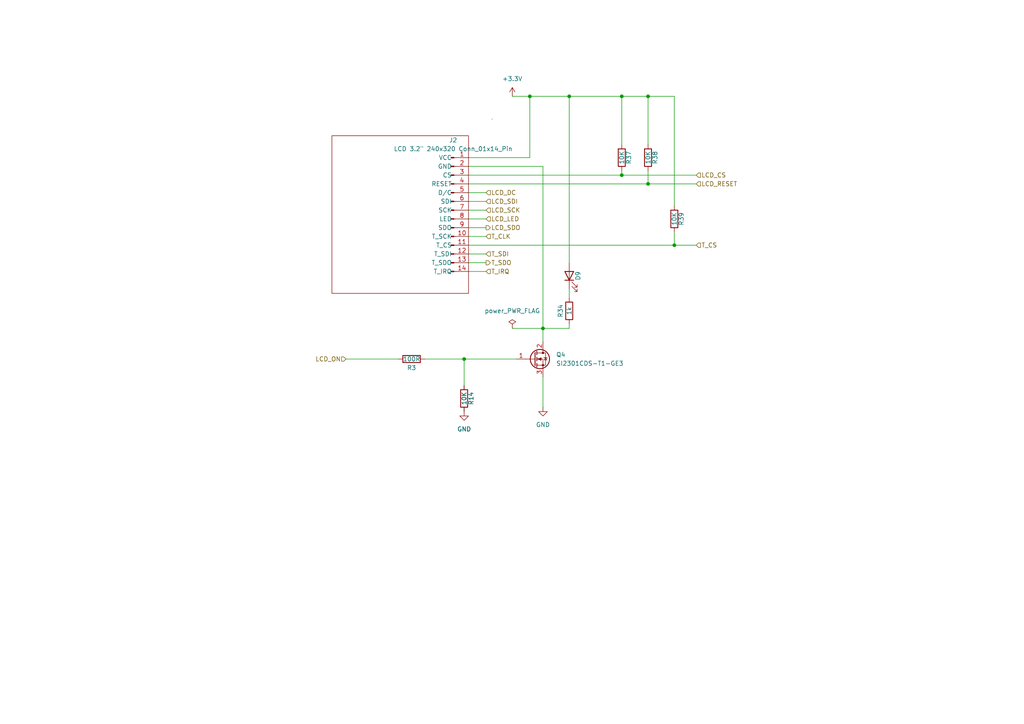
<source format=kicad_sch>
(kicad_sch (version 20231120) (generator "eeschema") (generator_version "8.0")
  (paper "A4")
  (lib_symbols
    (symbol "Device:LED" (pin_numbers hide) (pin_names (offset 1.016) hide)
      (property "Reference" "D" (at 0 2.54 0))
      (property "Value" "LED" (at 0 -2.54 0))
      (symbol "LED_0_1"
        (polyline (pts (xy -1.27 -1.27) (xy -1.27 1.27)) (stroke (width 0.254)))
        (polyline (pts (xy -1.27 0) (xy 1.27 0)))
        (polyline (pts (xy 1.27 -1.27) (xy 1.27 1.27) (xy -1.27 0) (xy 1.27 -1.27)) (stroke (width 0.254)))
        (polyline (pts (xy -3.048 -0.762) (xy -4.572 -2.286) (xy -3.81 -2.286) (xy -4.572 -2.286) (xy -4.572 -1.524)))
        (polyline (pts (xy -1.778 -0.762) (xy -3.302 -2.286) (xy -2.54 -2.286) (xy -3.302 -2.286) (xy -3.302 -1.524)))
      )
      (symbol "LED_1_1"
        (pin passive line (at -3.81 0 0) (length 2.54) (name "K") (number "1"))
        (pin passive line (at 3.81 0 180) (length 2.54) (name "A") (number "2"))
      )
    )
    (symbol "Device:R" (pin_numbers hide) (pin_names (offset 0))
      (property "Reference" "R" (at 2.032 0 90))
      (property "Value" "R" (at 0 0 90))
      (symbol "R_0_1"
        (rectangle (start -1.016 -2.54) (end 1.016 2.54) (stroke (width 0.254)))
      )
      (symbol "R_1_1"
        (pin passive line (at 0 3.81 270) (length 1.27) (name "~") (number "1"))
        (pin passive line (at 0 -3.81 90) (length 1.27) (name "~") (number "2"))
      )
    )
    (symbol "dnt:LCD 3.2{dblquote} 240x320 Conn_01x14_Pin" (pin_names (offset 1.016))
      (property "Reference" "J" (at 0 17.78 0))
      (property "Value" "LCD 3.2\" 240x320 Conn_01x14_Pin" (at -14.224 -21.082 0))
      (symbol "LCD 3.2{dblquote} 240x320 Conn_01x14_Pin_0_1"
        (rectangle (start -34.544 21.59) (end 5.08 -24.13))
        (rectangle (start 11.938 26.416) (end 11.938 26.416))
        (rectangle (start 11.938 26.416) (end 11.938 26.416))
      )
      (symbol "LCD 3.2{dblquote} 240x320 Conn_01x14_Pin_1_1"
        (polyline (pts (xy 1.27 -17.78) (xy 0.8636 -17.78)) (stroke (width 0.1524)))
        (polyline (pts (xy 1.27 -15.24) (xy 0.8636 -15.24)) (stroke (width 0.1524)))
        (polyline (pts (xy 1.27 -12.7) (xy 0.8636 -12.7)) (stroke (width 0.1524)))
        (polyline (pts (xy 1.27 -10.16) (xy 0.8636 -10.16)) (stroke (width 0.1524)))
        (polyline (pts (xy 1.27 -7.62) (xy 0.8636 -7.62)) (stroke (width 0.1524)))
        (polyline (pts (xy 1.27 -5.08) (xy 0.8636 -5.08)) (stroke (width 0.1524)))
        (polyline (pts (xy 1.27 -2.54) (xy 0.8636 -2.54)) (stroke (width 0.1524)))
        (polyline (pts (xy 1.27 0) (xy 0.8636 0)) (stroke (width 0.1524)))
        (polyline (pts (xy 1.27 2.54) (xy 0.8636 2.54)) (stroke (width 0.1524)))
        (polyline (pts (xy 1.27 5.08) (xy 0.8636 5.08)) (stroke (width 0.1524)))
        (polyline (pts (xy 1.27 7.62) (xy 0.8636 7.62)) (stroke (width 0.1524)))
        (polyline (pts (xy 1.27 10.16) (xy 0.8636 10.16)) (stroke (width 0.1524)))
        (polyline (pts (xy 1.27 12.7) (xy 0.8636 12.7)) (stroke (width 0.1524)))
        (polyline (pts (xy 1.27 15.24) (xy 0.8636 15.24)) (stroke (width 0.1524)))
        (rectangle (start 0.8636 -17.653) (end 0 -17.907) (stroke (width 0.1524)) (fill (type outline)))
        (rectangle (start 0.8636 -15.113) (end 0 -15.367) (stroke (width 0.1524)) (fill (type outline)))
        (rectangle (start 0.8636 -12.573) (end 0 -12.827) (stroke (width 0.1524)) (fill (type outline)))
        (rectangle (start 0.8636 -10.033) (end 0 -10.287) (stroke (width 0.1524)) (fill (type outline)))
        (rectangle (start 0.8636 -7.493) (end 0 -7.747) (stroke (width 0.1524)) (fill (type outline)))
        (rectangle (start 0.8636 -4.953) (end 0 -5.207) (stroke (width 0.1524)) (fill (type outline)))
        (rectangle (start 0.8636 -2.413) (end 0 -2.667) (stroke (width 0.1524)) (fill (type outline)))
        (rectangle (start 0.8636 0.127) (end 0 -0.127) (stroke (width 0.1524)) (fill (type outline)))
        (rectangle (start 0.8636 2.667) (end 0 2.413) (stroke (width 0.1524)) (fill (type outline)))
        (rectangle (start 0.8636 5.207) (end 0 4.953) (stroke (width 0.1524)) (fill (type outline)))
        (rectangle (start 0.8636 7.747) (end 0 7.493) (stroke (width 0.1524)) (fill (type outline)))
        (rectangle (start 0.8636 10.287) (end 0 10.033) (stroke (width 0.1524)) (fill (type outline)))
        (rectangle (start 0.8636 12.827) (end 0 12.573) (stroke (width 0.1524)) (fill (type outline)))
        (rectangle (start 0.8636 15.367) (end 0 15.113) (stroke (width 0.1524)) (fill (type outline)))
        (pin power_in line (at 5.08 15.24 180) (length 3.81) (name "VCC") (number "1"))
        (pin input line (at 5.08 -7.62 180) (length 3.81) (name "T_SCK") (number "10"))
        (pin input line (at 5.08 -10.16 180) (length 3.81) (name "T_CS") (number "11"))
        (pin input line (at 5.08 -12.7 180) (length 3.81) (name "T_SDI") (number "12"))
        (pin output line (at 5.08 -15.24 180) (length 3.81) (name "T_SDO") (number "13"))
        (pin output line (at 5.08 -17.78 180) (length 3.81) (name "T_IRQ") (number "14"))
        (pin power_in line (at 5.08 12.7 180) (length 3.81) (name "GND") (number "2"))
        (pin input line (at 5.08 10.16 180) (length 3.81) (name "CS") (number "3"))
        (pin input line (at 5.08 7.62 180) (length 3.81) (name "RESET") (number "4"))
        (pin input line (at 5.08 5.08 180) (length 3.81) (name "D/C") (number "5"))
        (pin input line (at 5.08 2.54 180) (length 3.81) (name "SDI") (number "6"))
        (pin input line (at 5.08 0 180) (length 3.81) (name "SCK") (number "7"))
        (pin input line (at 5.08 -2.54 180) (length 3.81) (name "LED") (number "8"))
        (pin output line (at 5.08 -5.08 180) (length 3.81) (name "SDO") (number "9"))
      )
    )
    (symbol "dnt:SI2301CDS-T1-GE3" (pin_names hide)
      (property "Reference" "Q" (at 5.08 6.35 0))
      (property "Value" "SI2301CDS-T1-GE3" (at 2.54 3.81 0))
      (symbol "SI2301CDS-T1-GE3_0_1"
        (polyline (pts (xy 0.254 0) (xy -2.54 0)))
        (polyline (pts (xy 0.254 1.905) (xy 0.254 -1.905)) (stroke (width 0.254)))
        (polyline (pts (xy 0.762 -1.27) (xy 0.762 -2.286)) (stroke (width 0.254)))
        (polyline (pts (xy 0.762 0.508) (xy 0.762 -0.508)) (stroke (width 0.254)))
        (polyline (pts (xy 0.762 2.286) (xy 0.762 1.27)) (stroke (width 0.254)))
        (polyline (pts (xy 2.54 2.54) (xy 2.54 1.778)))
        (polyline (pts (xy 2.54 -2.54) (xy 2.54 0) (xy 0.762 0)))
        (polyline (pts (xy 0.762 -1.778) (xy 3.302 -1.778) (xy 3.302 1.778) (xy 0.762 1.778)))
        (polyline (pts (xy 1.016 0) (xy 2.032 0.381) (xy 2.032 -0.381) (xy 1.016 0)) (fill (type outline)))
        (polyline (pts (xy 2.794 0.508) (xy 2.921 0.381) (xy 3.683 0.381) (xy 3.81 0.254)))
        (polyline (pts (xy 3.302 0.381) (xy 2.921 -0.254) (xy 3.683 -0.254) (xy 3.302 0.381)))
        (circle (center 1.651 0) (radius 2.794) (stroke (width 0.254)))
        (circle (center 2.54 -1.778) (radius 0.254) (fill (type outline)))
        (circle (center 2.54 1.778) (radius 0.254) (fill (type outline)))
      )
      (symbol "SI2301CDS-T1-GE3_1_1"
        (pin input line (at -5.08 0 0) (length 2.54) (name "G") (number "1"))
        (pin passive line (at 2.54 5.08 270) (length 2.54) (name "D") (number "2"))
        (pin passive line (at 2.54 -5.08 90) (length 2.54) (name "S") (number "3"))
      )
    )
    (symbol "l8-kicad-rescue:GND-power" (power) (pin_names (offset 0))
      (property "Value" "power_GND" (at 0 -3.81 0))
      (symbol "GND-power_0_1"
        (polyline (pts (xy 0 0) (xy 0 -1.27) (xy 1.27 -1.27) (xy 0 -2.54) (xy -1.27 -1.27) (xy 0 -1.27)))
      )
      (symbol "GND-power_1_1"
        (pin power_in line (at 0 0 270) (length 0) hide (name "GND") (number "1"))
      )
    )
    (symbol "l8-kicad-rescue:PWR_FLAG-power" (power) (pin_numbers hide) (pin_names (offset 0) hide)
      (property "Value" "power_PWR_FLAG" (at 0 3.81 0))
      (symbol "PWR_FLAG-power_0_0"
        (pin power_out line (at 0 0 90) (length 0) (name "pwr") (number "1"))
      )
      (symbol "PWR_FLAG-power_0_1"
        (polyline (pts (xy 0 0) (xy 0 1.27) (xy -1.016 1.905) (xy 0 2.54) (xy 1.016 1.905) (xy 0 1.27)))
      )
    )
    (symbol "power:+3.3V" (power) (pin_numbers hide) (pin_names (offset 0) hide)
      (property "Value" "+3.3V" (at 0 3.556 0))
      (symbol "+3.3V_0_1"
        (polyline (pts (xy -0.762 1.27) (xy 0 2.54)))
        (polyline (pts (xy 0 0) (xy 0 2.54)))
        (polyline (pts (xy 0 2.54) (xy 0.762 1.27)))
      )
      (symbol "+3.3V_1_1"
        (pin power_in line (at 0 0 90) (length 0) (name "~") (number "1"))
      )
    )
  )
  (junction (at 165.1 27.94))
  (junction (at 187.96 27.94))
  (junction (at 134.62 104.14))
  (junction (at 153.67 27.94))
  (junction (at 195.58 71.12))
  (junction (at 187.96 53.34))
  (junction (at 180.34 27.94))
  (junction (at 157.48 95.25))
  (junction (at 180.34 50.8))
  (wire (pts (xy 180.34 49.53) (xy 180.34 50.8)))
  (wire (pts (xy 135.89 60.96) (xy 140.97 60.96)))
  (wire (pts (xy 135.89 45.72) (xy 153.67 45.72)))
  (wire (pts (xy 180.34 41.91) (xy 180.34 27.94)))
  (wire (pts (xy 135.89 50.8) (xy 180.34 50.8)))
  (wire (pts (xy 180.34 27.94) (xy 187.96 27.94)))
  (wire (pts (xy 157.48 95.25) (xy 165.1 95.25)))
  (wire (pts (xy 135.89 71.12) (xy 195.58 71.12)))
  (wire (pts (xy 135.89 58.42) (xy 140.97 58.42)))
  (wire (pts (xy 157.48 109.22) (xy 157.48 118.11)))
  (wire (pts (xy 148.59 95.25) (xy 157.48 95.25)))
  (wire (pts (xy 180.34 50.8) (xy 201.93 50.8)))
  (wire (pts (xy 123.19 104.14) (xy 134.62 104.14)))
  (wire (pts (xy 157.48 48.26) (xy 157.48 95.25)))
  (wire (pts (xy 187.96 49.53) (xy 187.96 53.34)))
  (wire (pts (xy 195.58 67.31) (xy 195.58 71.12)))
  (wire (pts (xy 135.89 66.04) (xy 140.97 66.04)))
  (wire (pts (xy 135.89 78.74) (xy 140.97 78.74)))
  (wire (pts (xy 135.89 55.88) (xy 140.97 55.88)))
  (wire (pts (xy 149.86 104.14) (xy 134.62 104.14)))
  (wire (pts (xy 135.89 73.66) (xy 140.97 73.66)))
  (wire (pts (xy 180.34 27.94) (xy 165.1 27.94)))
  (wire (pts (xy 135.89 76.2) (xy 140.97 76.2)))
  (wire (pts (xy 157.48 48.26) (xy 135.89 48.26)))
  (wire (pts (xy 165.1 93.98) (xy 165.1 95.25)))
  (wire (pts (xy 134.62 104.14) (xy 134.62 111.76)))
  (wire (pts (xy 187.96 27.94) (xy 187.96 41.91)))
  (wire (pts (xy 165.1 27.94) (xy 165.1 76.2)))
  (wire (pts (xy 153.67 27.94) (xy 153.67 45.72)))
  (wire (pts (xy 135.89 63.5) (xy 140.97 63.5)))
  (wire (pts (xy 153.67 27.94) (xy 165.1 27.94)))
  (wire (pts (xy 135.89 53.34) (xy 187.96 53.34)))
  (wire (pts (xy 157.48 95.25) (xy 157.48 99.06)))
  (wire (pts (xy 148.59 27.94) (xy 153.67 27.94)))
  (wire (pts (xy 195.58 59.69) (xy 195.58 27.94)))
  (wire (pts (xy 195.58 27.94) (xy 187.96 27.94)))
  (wire (pts (xy 187.96 53.34) (xy 201.93 53.34)))
  (wire (pts (xy 195.58 71.12) (xy 201.93 71.12)))
  (wire (pts (xy 165.1 83.82) (xy 165.1 86.36)))
  (wire (pts (xy 100.33 104.14) (xy 115.57 104.14)))
  (wire (pts (xy 135.89 68.58) (xy 140.97 68.58)))
  (text_box "possible CTP wil be i2c - provide provision\n\n1.3.3V\n2 GND \n3 Chip select - PB1\n4 Reset - PB10\n\nconnect 2mm from top edge centered \n\nDimensions \n  width 55.5mm 89.5 \n  holes 3.3 mm D  \n  		83.5mm  x 49.0mm\n        x3.25 and 52.25 mm\n		y (89.5 /2) - (83.5 /2) = 3 \n\n89.5\n" (at 299.72 138.43 0) (size 105.41 111.76) (effects (font (size 1.27 1.27)) (justify left top)))
  (hierarchical_label "LCD_SDI" (shape input) (at 140.97 58.42 0))
  (hierarchical_label "LCD_LED" (shape input) (at 140.97 63.5 0))
  (hierarchical_label "T_CS" (shape input) (at 201.93 71.12 0))
  (hierarchical_label "T_IRQ" (shape input) (at 140.97 78.74 0))
  (hierarchical_label "T_SDI" (shape input) (at 140.97 73.66 0))
  (hierarchical_label "LCD_ON" (shape input) (at 100.33 104.14 180))
  (hierarchical_label "T_SDO" (shape output) (at 140.97 76.2 0))
  (hierarchical_label "LCD_DC" (shape input) (at 140.97 55.88 0))
  (hierarchical_label "T_CLK" (shape input) (at 140.97 68.58 0))
  (hierarchical_label "LCD_SDO" (shape output) (at 140.97 66.04 0))
  (hierarchical_label "LCD_SCK" (shape input) (at 140.97 60.96 0))
  (hierarchical_label "LCD_RESET" (shape input) (at 201.93 53.34 0))
  (hierarchical_label "LCD_CS" (shape input) (at 201.93 50.8 0))
  (symbol (lib_id "power:+3.3V") (at 148.59 27.94 0) (unit 1)
    (property "Reference" "#PWR034" (effects (hide yes)))
    (property "Value" "+3.3V" (at 148.59 22.86 0))
    (property "Description" "Power symbol creates a global label with name \"+3.3V\"" (effects (hide yes)))
  )
  (symbol (lib_id "l8-kicad-rescue:GND-power") (at 157.48 118.11 0) (unit 1)
    (property "Reference" "#PWR029" (effects (hide yes)))
    (property "Value" "GND" (at 157.48 123.19 0))
    (property "Description" "Power symbol creates a global label with name \"GND\" , ground" (effects (hide yes)))
  )
  (symbol (lib_id "Device:R") (at 195.58 63.5 0) (mirror x) (unit 1)
    (property "Reference" "R39" (at 197.612 63.5 90))
    (property "Value" "10K" (at 195.58 63.5 90))
    (property "Footprint" "Resistor_SMD:R_0603_1608Metric" (effects (hide yes)))
    (property "Description" "Resistor" (effects (hide yes)))
    (property "Part #" "RMCF0603JT10K0" (effects (hide yes)))
    (property "VEND" "DIGI" (effects (hide yes)))
    (property "VEND#" "RMCF0603JT10K0CT-ND" (effects (hide yes)))
    (property "Manufacturer" "StackPole" (effects (hide yes)))
    (property "LCSC" "C25804" (effects (hide yes)))
  )
  (symbol (lib_id "Device:LED") (at 165.1 80.01 90) (unit 1)
    (property "Reference" "D9" (at 167.64 80.01 0))
    (property "Value" "LED-YELLOW" (effects (hide yes)))
    (property "Footprint" "LED_SMD:LED_0603_1608Metric" (effects (hide yes)))
    (property "Datasheet" "https://wmsc.lcsc.com/wmsc/upload/file/pdf/v2/lcsc/1810101813_Everlight-Elec-19-213-Y2C-CQ2R2L-3T-CY_C72038.pdf" (effects (hide yes)))
    (property "Description" "Light emitting diode" (effects (hide yes)))
    (property "LCSC" "C72038" (effects (hide yes)))
  )
  (symbol (lib_id "Device:R") (at 119.38 104.14 270) (unit 1)
    (property "Reference" "R3" (at 119.38 106.68 90))
    (property "Value" "100R" (at 119.38 104.14 90))
    (property "Footprint" "Resistor_SMD:R_0603_1608Metric" (effects (hide yes)))
    (property "Description" "Resistor" (effects (hide yes)))
    (property "LCSC" "C21190" (effects (hide yes)))
    (property "Manufacturer" "StackPole" (effects (hide yes)))
    (property "Part #" "RMCF0603JJ1K00" (effects (hide yes)))
    (property "VEND" "DIGI" (effects (hide yes)))
    (property "VEND#" "RMCF0603JJ1K00CT-ND" (effects (hide yes)))
  )
  (symbol (lib_id "l8-kicad-rescue:GND-power") (at 134.62 119.38 0) (unit 1)
    (property "Reference" "#PWR026" (effects (hide yes)))
    (property "Value" "GND" (at 134.62 124.46 0))
    (property "Description" "Power symbol creates a global label with name \"GND\" , ground" (effects (hide yes)))
  )
  (symbol (lib_id "Device:R") (at 187.96 45.72 0) (mirror x) (unit 1)
    (property "Reference" "R38" (at 189.992 45.72 90))
    (property "Value" "10K" (at 187.96 45.72 90))
    (property "Footprint" "Resistor_SMD:R_0603_1608Metric" (effects (hide yes)))
    (property "Description" "Resistor" (effects (hide yes)))
    (property "Part #" "RMCF0603JT10K0" (effects (hide yes)))
    (property "VEND" "DIGI" (effects (hide yes)))
    (property "VEND#" "RMCF0603JT10K0CT-ND" (effects (hide yes)))
    (property "Manufacturer" "StackPole" (effects (hide yes)))
    (property "LCSC" "C25804" (effects (hide yes)))
  )
  (symbol (lib_id "Device:R") (at 134.62 115.57 0) (mirror x) (unit 1)
    (property "Reference" "R14" (at 136.652 115.57 90))
    (property "Value" "10K" (at 134.62 115.57 90))
    (property "Footprint" "Resistor_SMD:R_0603_1608Metric" (effects (hide yes)))
    (property "Description" "Resistor" (effects (hide yes)))
    (property "Part #" "RMCF0603JT10K0" (effects (hide yes)))
    (property "VEND" "DIGI" (effects (hide yes)))
    (property "VEND#" "RMCF0603JT10K0CT-ND" (effects (hide yes)))
    (property "Manufacturer" "StackPole" (effects (hide yes)))
    (property "LCSC" "C25804" (effects (hide yes)))
  )
  (symbol (lib_id "l8-kicad-rescue:PWR_FLAG-power") (at 148.59 95.25 0) (unit 1)
    (property "Reference" "#FLG01" (effects (hide yes)))
    (property "Value" "power_PWR_FLAG" (at 148.59 90.17 0))
  )
  (symbol (lib_id "dnt:SI2301CDS-T1-GE3") (at 154.94 104.14 0) (unit 1)
    (property "Reference" "Q4" (at 161.29 102.8699 0) (effects (justify left)))
    (property "Value" "SI2301CDS-T1-GE3" (at 161.29 105.4099 0) (effects (justify left)))
    (property "Footprint" "Package_TO_SOT_SMD:SOT-23" (effects (hide yes)))
    (property "Datasheet" "https://wmsc.lcsc.com/wmsc/upload/file/pdf/v2/lcsc/1808272021_Vishay-Intertech-SI2301CDS-T1-GE3_C10487.pdf" (effects (hide yes)))
    (property "Description" "20V 3.1A 112mΩ@4.5V,2.8A 1V@250uA 1PCSPChannel SOT-23 MOSFETs ROHS" (effects (hide yes)))
    (property "LCSC" " C20917" (effects (hide yes)))
  )
  (symbol (lib_id "dnt:LCD 3.2{dblquote} 240x320 Conn_01x14_Pin") (at 130.81 60.96 0) (unit 1)
    (property "Reference" "J2" (at 131.445 40.64 0))
    (property "Value" "LCD 3.2\" 240x320 Conn_01x14_Pin" (at 131.445 43.18 0))
    (property "Footprint" "Connector_PinSocket_2.54mm:PinSocket_1x14_P2.54mm_Vertical" (effects (hide yes)))
    (property "Description" "3.2' TFT SPI 240*320 V2.0" (effects (hide yes)))
  )
  (symbol (lib_id "Device:R") (at 180.34 45.72 0) (mirror x) (unit 1)
    (property "Reference" "R37" (at 182.372 45.72 90))
    (property "Value" "10K" (at 180.34 45.72 90))
    (property "Footprint" "Resistor_SMD:R_0603_1608Metric" (effects (hide yes)))
    (property "Description" "Resistor" (effects (hide yes)))
    (property "Part #" "RMCF0603JT10K0" (effects (hide yes)))
    (property "VEND" "DIGI" (effects (hide yes)))
    (property "VEND#" "RMCF0603JT10K0CT-ND" (effects (hide yes)))
    (property "Manufacturer" "StackPole" (effects (hide yes)))
    (property "LCSC" "C25804" (effects (hide yes)))
  )
  (symbol (lib_id "Device:R") (at 165.1 90.17 180) (unit 1)
    (property "Reference" "R34" (at 162.56 90.17 90))
    (property "Value" "1k" (at 165.1 90.17 90))
    (property "Footprint" "Resistor_SMD:R_0603_1608Metric" (effects (hide yes)))
    (property "Description" "Resistor" (effects (hide yes)))
    (property "LCSC" "C21190" (effects (hide yes)))
    (property "Manufacturer" "StackPole" (effects (hide yes)))
    (property "Part #" "RMCF0603JJ1K00" (effects (hide yes)))
    (property "VEND" "DIGI" (effects (hide yes)))
    (property "VEND#" "RMCF0603JJ1K00CT-ND" (effects (hide yes)))
  )
)
</source>
